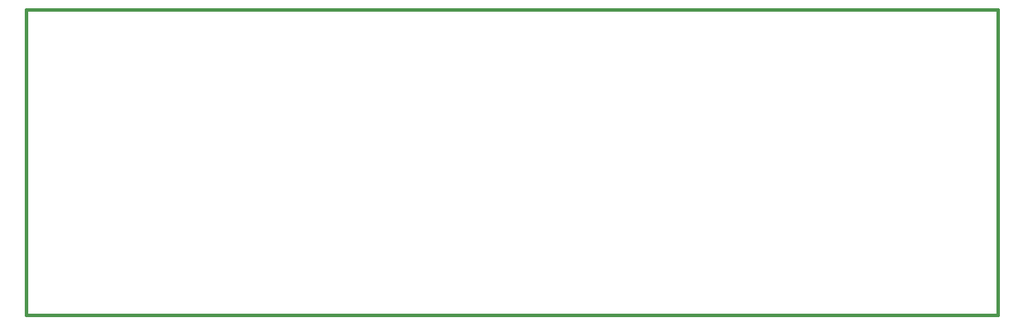
<source format=gbr>
G04 start of page 4 for group 2 idx 2 *
G04 Title: (unknown), outline *
G04 Creator: pcb 20110918 *
G04 CreationDate: Wed Jul 18 21:40:28 2012 UTC *
G04 For: fosse *
G04 Format: Gerber/RS-274X *
G04 PCB-Dimensions: 476000 152000 *
G04 PCB-Coordinate-Origin: lower left *
%MOIN*%
%FSLAX25Y25*%
%LNOUTLINE*%
%ADD61C,0.0150*%
G54D61*X4164Y150000D02*Y2000D01*
X474662D01*
X4164Y150000D02*X474662D01*
Y2000D01*
M02*

</source>
